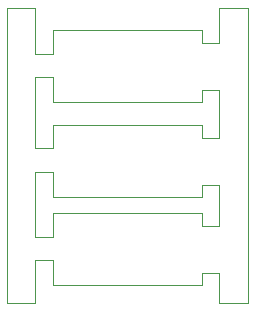
<source format=gbr>
%TF.GenerationSoftware,KiCad,Pcbnew,7.0.7*%
%TF.CreationDate,2023-12-31T13:21:00+08:00*%
%TF.ProjectId,XT302+2 PCB mod,58543330-322b-4322-9050-4342206d6f64,rev?*%
%TF.SameCoordinates,Original*%
%TF.FileFunction,Profile,NP*%
%FSLAX46Y46*%
G04 Gerber Fmt 4.6, Leading zero omitted, Abs format (unit mm)*
G04 Created by KiCad (PCBNEW 7.0.7) date 2023-12-31 13:21:00*
%MOMM*%
%LPD*%
G01*
G04 APERTURE LIST*
%TA.AperFunction,Profile*%
%ADD10C,0.100000*%
%TD*%
G04 APERTURE END LIST*
D10*
X193400000Y-141500000D02*
X193400000Y-135500000D01*
X193400000Y-149000000D02*
X193400000Y-143500000D01*
X209000000Y-144600000D02*
X209000000Y-148100000D01*
X209000000Y-136600000D02*
X209000000Y-140600000D01*
X193400000Y-154600000D02*
X193400000Y-151000000D01*
X191000000Y-154600000D02*
X193400000Y-154600000D01*
X191000000Y-129600000D02*
X191000000Y-154600000D01*
X193400000Y-129600000D02*
X191000000Y-129600000D01*
X193400000Y-133500000D02*
X193400000Y-129600000D01*
X209000000Y-152100000D02*
X209000000Y-154600000D01*
X211400000Y-154600000D02*
X209000000Y-154600000D01*
X211400000Y-129600000D02*
X211400000Y-154600000D01*
X209000000Y-129600000D02*
X211400000Y-129600000D01*
X209000000Y-132600000D02*
X209000000Y-129600000D01*
X194900000Y-153100000D02*
X194900000Y-151000000D01*
X207500000Y-147000000D02*
X207500000Y-148100000D01*
X207500000Y-152100000D02*
X209000000Y-152100000D01*
X207500000Y-152100000D02*
X207500000Y-153100000D01*
X207500000Y-153100000D02*
X194900000Y-153100000D01*
X194900000Y-149000000D02*
X194900000Y-147000000D01*
X209000000Y-148100000D02*
X207500000Y-148100000D01*
X194900000Y-147000000D02*
X207500000Y-147000000D01*
X193400000Y-149000000D02*
X194900000Y-149000000D01*
X194900000Y-151000000D02*
X193400000Y-151000000D01*
X193400000Y-141500000D02*
X194900000Y-141500000D01*
X194900000Y-143500000D02*
X193400000Y-143500000D01*
X207500000Y-144600000D02*
X209000000Y-144600000D01*
X194900000Y-141500000D02*
X194900000Y-139500000D01*
X207500000Y-145600000D02*
X194900000Y-145600000D01*
X194900000Y-139500000D02*
X207500000Y-139500000D01*
X209000000Y-140600000D02*
X207500000Y-140600000D01*
X194900000Y-145600000D02*
X194900000Y-143500000D01*
X207500000Y-139500000D02*
X207500000Y-140600000D01*
X207500000Y-144600000D02*
X207500000Y-145600000D01*
X194900000Y-135500000D02*
X193400000Y-135500000D01*
X193400000Y-133500000D02*
X194900000Y-133500000D01*
X207500000Y-136600000D02*
X209000000Y-136600000D01*
X209000000Y-132600000D02*
X207500000Y-132600000D01*
X194900000Y-137600000D02*
X194900000Y-135500000D01*
X207500000Y-137600000D02*
X194900000Y-137600000D01*
X207500000Y-136600000D02*
X207500000Y-137600000D01*
X207500000Y-131500000D02*
X207500000Y-132600000D01*
X194900000Y-131500000D02*
X207500000Y-131500000D01*
X194900000Y-133500000D02*
X194900000Y-131500000D01*
M02*

</source>
